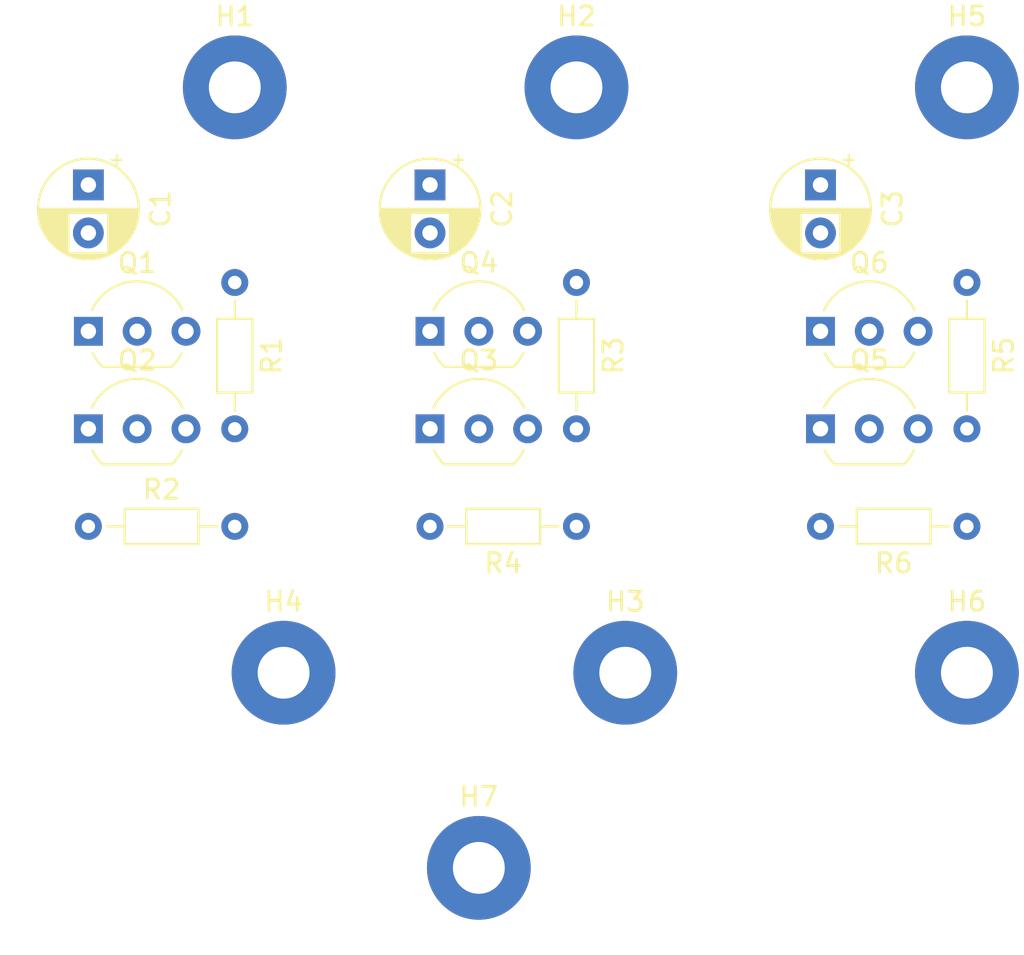
<source format=kicad_pcb>
(kicad_pcb (version 20240108) (generator "pcbnew") (generator_version "8.0")
  (layers (0 "F.Cu" signal) (31 "B.Cu" signal) (34 "B.Paste" user) (35 "F.Paste" user) (36 "B.SilkS" user "B.Silkscreen") (37 "F.SilkS" user "F.Silkscreen") (38 "B.Mask" user) (39 "F.Mask" user) (44 "Edge.Cuts" user))
  (net 0 "")
  (net 1 "Net-(C1-Pad1)")
  (net 2 "GND")
  (net 3 "Net-(C2-Pad1)")
  (net 4 "Net-(C3-Pad1)")
  (net 5 "Net-(Q4-C)")
  (net 6 "Net-(Q1-C)")
  (net 7 "Net-(Q6-C)")
  (net 8 "Net-(Q1-B)")
  (net 9 "Net-(Q1-E)")
  (net 10 "Net-(Q3-B)")
  (net 11 "Net-(Q3-C)")
  (net 12 "Net-(Q5-B)")
  (net 13 "Net-(Q5-C)")
  (footprint "Capacitor_THT:CP_Radial_D5.0mm_P2.50mm" (layer "F.Cu") (at 129.54 60.96 -90)
    (property "Reference" "C1" (at 1.25 -3.75 90) (layer "F.SilkS"))
    (property "Value" "10µ")
    (fp_line (start 1.49 1.04) (end 1.49 2.569) (stroke (width 0.12)) (layer "F.SilkS"))
    (fp_line (start 1.53 1.04) (end 1.53 2.565) (stroke (width 0.12)) (layer "F.SilkS"))
    (fp_line (start 1.57 1.04) (end 1.57 2.561) (stroke (width 0.12)) (layer "F.SilkS"))
    (fp_line (start 1.61 1.04) (end 1.61 2.556) (stroke (width 0.12)) (layer "F.SilkS"))
    (fp_line (start 1.65 1.04) (end 1.65 2.55) (stroke (width 0.12)) (layer "F.SilkS"))
    (fp_line (start 1.69 1.04) (end 1.69 2.543) (stroke (width 0.12)) (layer "F.SilkS"))
    (fp_line (start 1.73 1.04) (end 1.73 2.536) (stroke (width 0.12)) (layer "F.SilkS"))
    (fp_line (start 1.77 1.04) (end 1.77 2.528) (stroke (width 0.12)) (layer "F.SilkS"))
    (fp_line (start 1.81 1.04) (end 1.81 2.52) (stroke (width 0.12)) (layer "F.SilkS"))
    (fp_line (start 1.85 1.04) (end 1.85 2.511) (stroke (width 0.12)) (layer "F.SilkS"))
    (fp_line (start 1.89 1.04) (end 1.89 2.501) (stroke (width 0.12)) (layer "F.SilkS"))
    (fp_line (start 1.93 1.04) (end 1.93 2.491) (stroke (width 0.12)) (layer "F.SilkS"))
    (fp_line (start 1.971 1.04) (end 1.971 2.48) (stroke (width 0.12)) (layer "F.SilkS"))
    (fp_line (start 2.011 1.04) (end 2.011 2.468) (stroke (width 0.12)) (layer "F.SilkS"))
    (fp_line (start 2.051 1.04) (end 2.051 2.455) (stroke (width 0.12)) (layer "F.SilkS"))
    (fp_line (start 2.091 1.04) (end 2.091 2.442) (stroke (width 0.12)) (layer "F.SilkS"))
    (fp_line (start 2.131 1.04) (end 2.131 2.428) (stroke (width 0.12)) (layer "F.SilkS"))
    (fp_line (start 2.171 1.04) (end 2.171 2.414) (stroke (width 0.12)) (layer "F.SilkS"))
    (fp_line (start 2.211 1.04) (end 2.211 2.398) (stroke (width 0.12)) (layer "F.SilkS"))
    (fp_line (start 2.251 1.04) (end 2.251 2.382) (stroke (width 0.12)) (layer "F.SilkS"))
    (fp_line (start 2.291 1.04) (end 2.291 2.365) (stroke (width 0.12)) (layer "F.SilkS"))
    (fp_line (start 2.331 1.04) (end 2.331 2.348) (stroke (width 0.12)) (layer "F.SilkS"))
    (fp_line (start 2.371 1.04) (end 2.371 2.329) (stroke (width 0.12)) (layer "F.SilkS"))
    (fp_line (start 2.411 1.04) (end 2.411 2.31) (stroke (width 0.12)) (layer "F.SilkS"))
    (fp_line (start 2.451 1.04) (end 2.451 2.29) (stroke (width 0.12)) (layer "F.SilkS"))
    (fp_line (start 2.491 1.04) (end 2.491 2.268) (stroke (width 0.12)) (layer "F.SilkS"))
    (fp_line (start 2.531 1.04) (end 2.531 2.247) (stroke (width 0.12)) (layer "F.SilkS"))
    (fp_line (start 2.571 1.04) (end 2.571 2.224) (stroke (width 0.12)) (layer "F.SilkS"))
    (fp_line (start 2.611 1.04) (end 2.611 2.2) (stroke (width 0.12)) (layer "F.SilkS"))
    (fp_line (start 2.651 1.04) (end 2.651 2.175) (stroke (width 0.12)) (layer "F.SilkS"))
    (fp_line (start 2.691 1.04) (end 2.691 2.149) (stroke (width 0.12)) (layer "F.SilkS"))
    (fp_line (start 2.731 1.04) (end 2.731 2.122) (stroke (width 0.12)) (layer "F.SilkS"))
    (fp_line (start 2.771 1.04) (end 2.771 2.095) (stroke (width 0.12)) (layer "F.SilkS"))
    (fp_line (start 2.811 1.04) (end 2.811 2.065) (stroke (width 0.12)) (layer "F.SilkS"))
    (fp_line (start 2.851 1.04) (end 2.851 2.035) (stroke (width 0.12)) (layer "F.SilkS"))
    (fp_line (start 2.891 1.04) (end 2.891 2.004) (stroke (width 0.12)) (layer "F.SilkS"))
    (fp_line (start 2.931 1.04) (end 2.931 1.971) (stroke (width 0.12)) (layer "F.SilkS"))
    (fp_line (start 2.971 1.04) (end 2.971 1.937) (stroke (width 0.12)) (layer "F.SilkS"))
    (fp_line (start 3.011 1.04) (end 3.011 1.901) (stroke (width 0.12)) (layer "F.SilkS"))
    (fp_line (start 3.051 1.04) (end 3.051 1.864) (stroke (width 0.12)) (layer "F.SilkS"))
    (fp_line (start 3.091 1.04) (end 3.091 1.826) (stroke (width 0.12)) (layer "F.SilkS"))
    (fp_line (start 3.131 1.04) (end 3.131 1.785) (stroke (width 0.12)) (layer "F.SilkS"))
    (fp_line (start 3.171 1.04) (end 3.171 1.743) (stroke (width 0.12)) (layer "F.SilkS"))
    (fp_line (start 3.211 1.04) (end 3.211 1.699) (stroke (width 0.12)) (layer "F.SilkS"))
    (fp_line (start 3.251 1.04) (end 3.251 1.653) (stroke (width 0.12)) (layer "F.SilkS"))
    (fp_line (start 3.291 1.04) (end 3.291 1.605) (stroke (width 0.12)) (layer "F.SilkS"))
    (fp_line (start 3.331 1.04) (end 3.331 1.554) (stroke (width 0.12)) (layer "F.SilkS"))
    (fp_line (start 3.371 1.04) (end 3.371 1.5) (stroke (width 0.12)) (layer "F.SilkS"))
    (fp_line (start 3.411 1.04) (end 3.411 1.443) (stroke (width 0.12)) (layer "F.SilkS"))
    (fp_line (start 3.451 1.04) (end 3.451 1.383) (stroke (width 0.12)) (layer "F.SilkS"))
    (fp_line (start 3.491 1.04) (end 3.491 1.319) (stroke (width 0.12)) (layer "F.SilkS"))
    (fp_line (start 3.531 1.04) (end 3.531 1.251) (stroke (width 0.12)) (layer "F.SilkS"))
    (fp_line (start 3.851 -0.284) (end 3.851 0.284) (stroke (width 0.12)) (layer "F.SilkS"))
    (fp_line (start 3.811 -0.518) (end 3.811 0.518) (stroke (width 0.12)) (layer "F.SilkS"))
    (fp_line (start 3.771 -0.677) (end 3.771 0.677) (stroke (width 0.12)) (layer "F.SilkS"))
    (fp_line (start 3.731 -0.805) (end 3.731 0.805) (stroke (width 0.12)) (layer "F.SilkS"))
    (fp_line (start 3.691 -0.915) (end 3.691 0.915) (stroke (width 0.12)) (layer "F.SilkS"))
    (fp_line (start 3.651 -1.011) (end 3.651 1.011) (stroke (width 0.12)) (layer "F.SilkS"))
    (fp_line (start 3.611 -1.098) (end 3.611 1.098) (stroke (width 0.12)) (layer "F.SilkS"))
    (fp_line (start 3.571 -1.178) (end 3.571 1.178) (stroke (width 0.12)) (layer "F.SilkS"))
    (fp_line (start 3.531 -1.251) (end 3.531 -1.04) (stroke (width 0.12)) (layer "F.SilkS"))
    (fp_line (start 3.491 -1.319) (end 3.491 -1.04) (stroke (width 0.12)) (layer "F.SilkS"))
    (fp_line (start 3.451 -1.383) (end 3.451 -1.04) (stroke (width 0.12)) (layer "F.SilkS"))
    (fp_line (start 3.411 -1.443) (end 3.411 -1.04) (stroke (width 0.12)) (layer "F.SilkS"))
    (fp_line (start -1.554775 -1.475) (end -1.054775 -1.475) (stroke (width 0.12)) (layer "F.SilkS"))
    (fp_line (start 3.371 -1.5) (end 3.371 -1.04) (stroke (width 0.12)) (layer "F.SilkS"))
    (fp_line (start 3.331 -1.554) (end 3.331 -1.04) (stroke (width 0.12)) (layer "F.SilkS"))
    (fp_line (start 3.291 -1.605) (end 3.291 -1.04) (stroke (width 0.12)) (layer "F.SilkS"))
    (fp_line (start 3.251 -1.653) (end 3.251 -1.04) (stroke (width 0.12)) (layer "F.SilkS"))
    (fp_line (start 3.211 -1.699) (end 3.211 -1.04) (stroke (width 0.12)) (layer "F.SilkS"))
    (fp_line (start -1.304775 -1.725) (end -1.304775 -1.225) (stroke (width 0.12)) (layer "F.SilkS"))
    (fp_line (start 3.171 -1.743) (end 3.171 -1.04) (stroke (width 0.12)) (layer "F.SilkS"))
    (fp_line (start 3.131 -1.785) (end 3.131 -1.04) (stroke (width 0.12)) (layer "F.SilkS"))
    (fp_line (start 3.091 -1.826) (end 3.091 -1.04) (stroke (width 0.12)) (layer "F.SilkS"))
    (fp_line (start 3.051 -1.864) (end 3.051 -1.04) (stroke (width 0.12)) (layer "F.SilkS"))
    (fp_line (start 3.011 -1.901) (end 3.011 -1.04) (stroke (width 0.12)) (layer "F.SilkS"))
    (fp_line (start 2.971 -1.937) (end 2.971 -1.04) (stroke (width 0.12)) (layer "F.SilkS"))
    (fp_line (start 2.931 -1.971) (end 2.931 -1.04) (stroke (width 0.12)) (layer "F.SilkS"))
    (fp_line (start 2.891 -2.004) (end 2.891 -1.04) (stroke (width 0.12)) (layer "F.SilkS"))
    (fp_line (start 2.851 -2.035) (end 2.851 -1.04) (stroke (width 0.12)) (layer "F.SilkS"))
    (fp_line (start 2.811 -2.065) (end 2.811 -1.04) (stroke (width 0.12)) (layer "F.SilkS"))
    (fp_line (start 2.771 -2.095) (end 2.771 -1.04) (stroke (width 0.12)) (layer "F.SilkS"))
    (fp_line (start 2.731 -2.122) (end 2.731 -1.04) (stroke (width 0.12)) (layer "F.SilkS"))
    (fp_line (start 2.691 -2.149) (end 2.691 -1.04) (stroke (width 0.12)) (layer "F.SilkS"))
    (fp_line (start 2.651 -2.175) (end 2.651 -1.04) (stroke (width 0.12)) (layer "F.SilkS"))
    (fp_line (start 2.611 -2.2) (end 2.611 -1.04) (stroke (width 0.12)) (layer "F.SilkS"))
    (fp_line (start 2.571 -2.224) (end 2.571 -1.04) (stroke (width 0.12)) (layer "F.SilkS"))
    (fp_line (start 2.531 -2.247) (end 2.531 -1.04) (stroke (width 0.12)) (layer "F.SilkS"))
    (fp_line (start 2.491 -2.268) (end 2.491 -1.04) (stroke (width 0.12)) (layer "F.SilkS"))
    (fp_line (start 2.451 -2.29) (end 2.451 -1.04) (stroke (width 0.12)) (layer "F.SilkS"))
    (fp_line (start 2.411 -2.31) (end 2.411 -1.04) (stroke (width 0.12)) (layer "F.SilkS"))
    (fp_line (start 2.371 -2.329) (end 2.371 -1.04) (stroke (width 0.12)) (layer "F.SilkS"))
    (fp_line (start 2.331 -2.348) (end 2.331 -1.04) (stroke (width 0.12)) (layer "F.SilkS"))
    (fp_line (start 2.291 -2.365) (end 2.291 -1.04) (stroke (width 0.12)) (layer "F.SilkS"))
    (fp_line (start 2.251 -2.382) (end 2.251 -1.04) (stroke (width 0.12)) (layer "F.SilkS"))
    (fp_line (start 2.211 -2.398) (end 2.211 -1.04) (stroke (width 0.12)) (layer "F.SilkS"))
    (fp_line (start 2.171 -2.414) (end 2.171 -1.04) (stroke (width 0.12)) (layer "F.SilkS"))
    (fp_line (start 2.131 -2.428) (end 2.131 -1.04) (stroke (width 0.12)) (layer "F.SilkS"))
    (fp_line (start 2.091 -2.442) (end 2.091 -1.04) (stroke (width 0.12)) (layer "F.SilkS"))
    (fp_line (start 2.051 -2.455) (end 2.051 -1.04) (stroke (width 0.12)) (layer "F.SilkS"))
    (fp_line (start 2.011 -2.468) (end 2.011 -1.04) (stroke (width 0.12)) (layer "F.SilkS"))
    (fp_line (start 1.971 -2.48) (end 1.971 -1.04) (stroke (width 0.12)) (layer "F.SilkS"))
    (fp_line (start 1.93 -2.491) (end 1.93 -1.04) (stroke (width 0.12)) (layer "F.SilkS"))
    (fp_line (start 1.89 -2.501) (end 1.89 -1.04) (stroke (width 0.12)) (layer "F.SilkS"))
    (fp_line (start 1.85 -2.511) (end 1.85 -1.04) (stroke (width 0.12)) (layer "F.SilkS"))
    (fp_line (start 1.81 -2.52) (end 1.81 -1.04) (stroke (width 0.12)) (layer "F.SilkS"))
    (fp_line (start 1.77 -2.528) (end 1.77 -1.04) (stroke (width 0.12)) (layer "F.SilkS"))
    (fp_line (start 1.73 -2.536) (end 1.73 -1.04) (stroke (width 0.12)) (layer "F.SilkS"))
    (fp_line (start 1.69 -2.543) (end 1.69 -1.04) (stroke (width 0.12)) (layer "F.SilkS"))
    (fp_line (start 1.65 -2.55) (end 1.65 -1.04) (stroke (width 0.12)) (layer "F.SilkS"))
    (fp_line (start 1.61 -2.556) (end 1.61 -1.04) (stroke (width 0.12)) (layer "F.SilkS"))
    (fp_line (start 1.57 -2.561) (end 1.57 -1.04) (stroke (width 0.12)) (layer "F.SilkS"))
    (fp_line (start 1.53 -2.565) (end 1.53 -1.04) (stroke (width 0.12)) (layer "F.SilkS"))
    (fp_line (start 1.49 -2.569) (end 1.49 -1.04) (stroke (width 0.12)) (layer "F.SilkS"))
    (fp_line (start 1.45 -2.573) (end 1.45 2.573) (stroke (width 0.12)) (layer "F.SilkS"))
    (fp_line (start 1.41 -2.576) (end 1.41 2.576) (stroke (width 0.12)) (layer "F.SilkS"))
    (fp_line (start 1.37 -2.578) (end 1.37 2.578) (stroke (width 0.12)) (layer "F.SilkS"))
    (fp_line (start 1.33 -2.579) (end 1.33 2.579) (stroke (width 0.12)) (layer "F.SilkS"))
    (fp_line (start 1.25 -2.58) (end 1.25 2.58) (stroke (width 0.12)) (layer "F.SilkS"))
    (fp_line (start 1.29 -2.58) (end 1.29 2.58) (stroke (width 0.12)) (layer "F.SilkS"))
    (fp_circle (center 1.25 0) (end 3.87 0) (stroke (width 0.12)) (fill none) (layer "F.SilkS"))
    (pad "1" thru_hole rect (at 0 0 270) (size 1.6 1.6) (drill 0.8) (layers "*.Cu" "*.Mask") (net 1 "Net-(C1-Pad1)"))
    (pad "2" thru_hole circle (at 2.5 0 270) (size 1.6 1.6) (drill 0.8) (layers "*.Cu" "*.Mask") (net 2 "GND"))
  )
  (footprint "Resistor_THT:R_Axial_DIN0204_L3.6mm_D1.6mm_P7.62mm_Horizontal" (layer "F.Cu") (at 175.26 66.04 -90)
    (property "Reference" "R5" (at 3.81 -1.92 90) (layer "F.SilkS"))
    (property "Value" "10k")
    (fp_line (start 1.89 0.92) (end 5.73 0.92) (stroke (width 0.12)) (layer "F.SilkS"))
    (fp_line (start 5.73 0.92) (end 5.73 -0.92) (stroke (width 0.12)) (layer "F.SilkS"))
    (fp_line (start 0.94 0) (end 1.89 0) (stroke (width 0.12)) (layer "F.SilkS"))
    (fp_line (start 6.68 0) (end 5.73 0) (stroke (width 0.12)) (layer "F.SilkS"))
    (fp_line (start 1.89 -0.92) (end 1.89 0.92) (stroke (width 0.12)) (layer "F.SilkS"))
    (fp_line (start 5.73 -0.92) (end 1.89 -0.92) (stroke (width 0.12)) (layer "F.SilkS"))
    (pad "1" thru_hole circle (at 0 0 270) (size 1.4 1.4) (drill 0.7) (layers "*.Cu" "*.Mask") (net 4 "Net-(C3-Pad1)"))
    (pad "2" thru_hole oval (at 7.62 0 270) (size 1.4 1.4) (drill 0.7) (layers "*.Cu" "*.Mask") (net 13 "Net-(Q5-C)"))
  )
  (footprint "MountingHole:MountingHole_2.7mm_Pad" (layer "F.Cu") (at 175.26 86.36)
    (property "Reference" "H6" (at 0 -3.7 0) (layer "F.SilkS"))
    (property "Value" "B_C")
    (pad "1" thru_hole circle (at 0 0) (size 5.4 5.4) (drill 2.7) (layers "*.Cu" "*.Mask") (net 7 "Net-(Q6-C)"))
  )
  (footprint "Resistor_THT:R_Axial_DIN0204_L3.6mm_D1.6mm_P7.62mm_Horizontal" (layer "F.Cu") (at 154.94 78.74 180)
    (property "Reference" "R4" (at 3.81 -1.92 180) (layer "F.SilkS"))
    (property "Value" "10")
    (fp_line (start 6.68 0) (end 5.73 0) (stroke (width 0.12)) (layer "F.SilkS"))
    (fp_line (start 5.73 0.92) (end 5.73 -0.92) (stroke (width 0.12)) (layer "F.SilkS"))
    (fp_line (start 5.73 -0.92) (end 1.89 -0.92) (stroke (width 0.12)) (layer "F.SilkS"))
    (fp_line (start 1.89 0.92) (end 5.73 0.92) (stroke (width 0.12)) (layer "F.SilkS"))
    (fp_line (start 1.89 -0.92) (end 1.89 0.92) (stroke (width 0.12)) (layer "F.SilkS"))
    (fp_line (start 0.94 0) (end 1.89 0) (stroke (width 0.12)) (layer "F.SilkS"))
    (pad "1" thru_hole circle (at 0 0 180) (size 1.4 1.4) (drill 0.7) (layers "*.Cu" "*.Mask") (net 2 "GND"))
    (pad "2" thru_hole oval (at 7.62 0 180) (size 1.4 1.4) (drill 0.7) (layers "*.Cu" "*.Mask") (net 10 "Net-(Q3-B)"))
  )
  (footprint "MountingHole:MountingHole_2.7mm_Pad" (layer "F.Cu") (at 149.86 96.52)
    (property "Reference" "H7" (at 0 -3.7 0) (layer "F.SilkS"))
    (property "Value" "MountingHole_Pad")
    (pad "1" thru_hole circle (at 0 0) (size 5.4 5.4) (drill 2.7) (layers "*.Cu" "*.Mask") (net 2 "GND"))
  )
  (footprint "MountingHole:MountingHole_2.7mm_Pad" (layer "F.Cu") (at 139.7 86.36)
    (property "Reference" "H4" (at 0 -3.7 0) (layer "F.SilkS"))
    (property "Value" "R_C")
    (pad "1" thru_hole circle (at 0 0) (size 5.4 5.4) (drill 2.7) (layers "*.Cu" "*.Mask") (net 6 "Net-(Q1-C)"))
  )
  (footprint "MountingHole:MountingHole_2.7mm_Pad" (layer "F.Cu") (at 175.26 55.88)
    (property "Reference" "H5" (at 0 -3.7 0) (layer "F.SilkS"))
    (property "Value" "B_IN")
    (pad "1" thru_hole circle (at 0 0) (size 5.4 5.4) (drill 2.7) (layers "*.Cu" "*.Mask") (net 4 "Net-(C3-Pad1)"))
  )
  (footprint "MountingHole:MountingHole_2.7mm_Pad" (layer "F.Cu") (at 137.16 55.88)
    (property "Reference" "H1" (at 0 -3.7 0) (layer "F.SilkS"))
    (property "Value" "R_IN")
    (pad "1" thru_hole circle (at 0 0) (size 5.4 5.4) (drill 2.7) (layers "*.Cu" "*.Mask") (net 1 "Net-(C1-Pad1)"))
  )
  (footprint "Package_TO_SOT_THT:TO-92_Inline_Wide" (layer "F.Cu") (at 147.32 73.66)
    (property "Reference" "Q3" (at 2.54 -3.56 0) (layer "F.SilkS"))
    (property "Value" "2N3904")
    (fp_line (start 0.74 1.85) (end 4.34 1.85) (stroke (width 0.12)) (layer "F.SilkS"))
    (fp_arc (start 0.1836 -1.098807) (mid 1.143021 -2.192817) (end 2.54 -2.6) (stroke (width 0.12)) (layer "F.SilkS"))
    (fp_arc (start 0.74 1.85) (mid 0.446097 1.509328) (end 0.215816 1.122795) (stroke (width 0.12)) (layer "F.SilkS"))
    (fp_arc (start 2.54 -2.6) (mid 3.936979 -2.192818) (end 4.8964 -1.098807) (stroke (width 0.12)) (layer "F.SilkS"))
    (fp_arc (start 4.864184 1.122795) (mid 4.633903 1.509328) (end 4.34 1.85) (stroke (width 0.12)) (layer "F.SilkS"))
    (pad "1" thru_hole rect (at 0 0) (size 1.5 1.5) (drill 0.8) (layers "*.Cu" "*.Mask") (net 2 "GND"))
    (pad "2" thru_hole circle (at 2.54 0) (size 1.5 1.5) (drill 0.8) (layers "*.Cu" "*.Mask") (net 10 "Net-(Q3-B)"))
    (pad "3" thru_hole circle (at 5.08 0) (size 1.5 1.5) (drill 0.8) (layers "*.Cu" "*.Mask") (net 11 "Net-(Q3-C)"))
  )
  (footprint "Resistor_THT:R_Axial_DIN0204_L3.6mm_D1.6mm_P7.62mm_Horizontal" (layer "F.Cu") (at 137.16 66.04 -90)
    (property "Reference" "R1" (at 3.81 -1.92 90) (layer "F.SilkS"))
    (property "Value" "10k")
    (fp_line (start 1.89 0.92) (end 5.73 0.92) (stroke (width 0.12)) (layer "F.SilkS"))
    (fp_line (start 5.73 0.92) (end 5.73 -0.92) (stroke (width 0.12)) (layer "F.SilkS"))
    (fp_line (start 0.94 0) (end 1.89 0) (stroke (width 0.12)) (layer "F.SilkS"))
    (fp_line (start 6.68 0) (end 5.73 0) (stroke (width 0.12)) (layer "F.SilkS"))
    (fp_line (start 1.89 -0.92) (end 1.89 0.92) (stroke (width 0.12)) (layer "F.SilkS"))
    (fp_line (start 5.73 -0.92) (end 1.89 -0.92) (stroke (width 0.12)) (layer "F.SilkS"))
    (pad "1" thru_hole circle (at 0 0 270) (size 1.4 1.4) (drill 0.7) (layers "*.Cu" "*.Mask") (net 1 "Net-(C1-Pad1)"))
    (pad "2" thru_hole oval (at 7.62 0 270) (size 1.4 1.4) (drill 0.7) (layers "*.Cu" "*.Mask") (net 8 "Net-(Q1-B)"))
  )
  (footprint "MountingHole:MountingHole_2.7mm_Pad" (layer "F.Cu") (at 154.94 55.88)
    (property "Reference" "H2" (at 0 -3.7 0) (layer "F.SilkS"))
    (property "Value" "G_IN")
    (pad "1" thru_hole circle (at 0 0) (size 5.4 5.4) (drill 2.7) (layers "*.Cu" "*.Mask") (net 3 "Net-(C2-Pad1)"))
  )
  (footprint "Package_TO_SOT_THT:TO-92_Inline_Wide" (layer "F.Cu") (at 167.64 68.58)
    (property "Reference" "Q6" (at 2.54 -3.56 0) (layer "F.SilkS"))
    (property "Value" "2N3904")
    (fp_line (start 0.74 1.85) (end 4.34 1.85) (stroke (width 0.12)) (layer "F.SilkS"))
    (fp_arc (start 0.1836 -1.098807) (mid 1.143021 -2.192817) (end 2.54 -2.6) (stroke (width 0.12)) (layer "F.SilkS"))
    (fp_arc (start 0.74 1.85) (mid 0.446097 1.509328) (end 0.215816 1.122795) (stroke (width 0.12)) (layer "F.SilkS"))
    (fp_arc (start 2.54 -2.6) (mid 3.936979 -2.192818) (end 4.8964 -1.098807) (stroke (width 0.12)) (layer "F.SilkS"))
    (fp_arc (start 4.864184 1.122795) (mid 4.633903 1.509328) (end 4.34 1.85) (stroke (width 0.12)) (layer "F.SilkS"))
    (pad "1" thru_hole rect (at 0 0) (size 1.5 1.5) (drill 0.8) (layers "*.Cu" "*.Mask") (net 12 "Net-(Q5-B)"))
    (pad "2" thru_hole circle (at 2.54 0) (size 1.5 1.5) (drill 0.8) (layers "*.Cu" "*.Mask") (net 13 "Net-(Q5-C)"))
    (pad "3" thru_hole circle (at 5.08 0) (size 1.5 1.5) (drill 0.8) (layers "*.Cu" "*.Mask") (net 7 "Net-(Q6-C)"))
  )
  (footprint "Resistor_THT:R_Axial_DIN0204_L3.6mm_D1.6mm_P7.62mm_Horizontal" (layer "F.Cu") (at 129.54 78.74)
    (property "Reference" "R2" (at 3.81 -1.92 0) (layer "F.SilkS"))
    (property "Value" "10")
    (fp_line (start 0.94 0) (end 1.89 0) (stroke (width 0.12)) (layer "F.SilkS"))
    (fp_line (start 1.89 -0.92) (end 1.89 0.92) (stroke (width 0.12)) (layer "F.SilkS"))
    (fp_line (start 1.89 0.92) (end 5.73 0.92) (stroke (width 0.12)) (layer "F.SilkS"))
    (fp_line (start 5.73 -0.92) (end 1.89 -0.92) (stroke (width 0.12)) (layer "F.SilkS"))
    (fp_line (start 5.73 0.92) (end 5.73 -0.92) (stroke (width 0.12)) (layer "F.SilkS"))
    (fp_line (start 6.68 0) (end 5.73 0) (stroke (width 0.12)) (layer "F.SilkS"))
    (pad "1" thru_hole circle (at 0 0) (size 1.4 1.4) (drill 0.7) (layers "*.Cu" "*.Mask") (net 2 "GND"))
    (pad "2" thru_hole oval (at 7.62 0) (size 1.4 1.4) (drill 0.7) (layers "*.Cu" "*.Mask") (net 9 "Net-(Q1-E)"))
  )
  (footprint "Capacitor_THT:CP_Radial_D5.0mm_P2.50mm" (layer "F.Cu") (at 147.32 60.96 -90)
    (property "Reference" "C2" (at 1.25 -3.75 90) (layer "F.SilkS"))
    (property "Value" "10µ")
    (fp_line (start 1.49 1.04) (end 1.49 2.569) (stroke (width 0.12)) (layer "F.SilkS"))
    (fp_line (start 1.53 1.04) (end 1.53 2.565) (stroke (width 0.12)) (layer "F.SilkS"))
    (fp_line (start 1.57 1.04) (end 1.57 2.561) (stroke (width 0.12)) (layer "F.SilkS"))
    (fp_line (start 1.61 1.04) (end 1.61 2.556) (stroke (width 0.12)) (layer "F.SilkS"))
    (fp_line (start 1.65 1.04) (end 1.65 2.55) (stroke (width 0.12)) (layer "F.SilkS"))
    (fp_line (start 1.69 1.04) (end 1.69 2.543) (stroke (width 0.12)) (layer "F.SilkS"))
    (fp_line (start 1.73 1.04) (end 1.73 2.536) (stroke (width 0.12)) (layer "F.SilkS"))
    (fp_line (start 1.77 1.04) (end 1.77 2.528) (stroke (width 0.12)) (layer "F.SilkS"))
    (fp_line (start 1.81 1.04) (end 1.81 2.52) (stroke (width 0.12)) (layer "F.SilkS"))
    (fp_line (start 1.85 1.04) (end 1.85 2.511) (stroke (width 0.12)) (layer "F.SilkS"))
    (fp_line (start 1.89 1.04) (end 1.89 2.501) (stroke (width 0.12)) (layer "F.SilkS"))
    (fp_line (start 1.93 1.04) (end 1.93 2.491) (stroke (width 0.12)) (layer "F.SilkS"))
    (fp_line (start 1.971 1.04) (end 1.971 2.48) (stroke (width 0.12)) (layer "F.SilkS"))
    (fp_line (start 2.011 1.04) (end 2.011 2.468) (stroke (width 0.12)) (layer "F.SilkS"))
    (fp_line (start 2.051 1.04) (end 2.051 2.455) (stroke (width 0.12)) (layer "F.SilkS"))
    (fp_line (start 2.091 1.04) (end 2.091 2.442) (stroke (width 0.12)) (layer "F.SilkS"))
    (fp_line (start 2.131 1.04) (end 2.131 2.428) (stroke (width 0.12)) (layer "F.SilkS"))
    (fp_line (start 2.171 1.04) (end 2.171 2.414) (stroke (width 0.12)) (layer "F.SilkS"))
    (fp_line (start 2.211 1.04) (end 2.211 2.398) (stroke (width 0.12)) (layer "F.SilkS"))
    (fp_line (start 2.251 1.04) (end 2.251 2.382) (stroke (width 0.12)) (layer "F.SilkS"))
    (fp_line (start 2.291 1.04) (end 2.291 2.365) (stroke (width 0.12)) (layer "F.SilkS"))
    (fp_line (start 2.331 1.04) (end 2.331 2.348) (stroke (width 0.12)) (layer "F.SilkS"))
    (fp_line (start 2.371 1.04) (end 2.371 2.329) (stroke (width 0.12)) (layer "F.SilkS"))
    (fp_line (start 2.411 1.04) (end 2.411 2.31) (stroke (width 0.12)) (layer "F.SilkS"))
    (fp_line (start 2.451 1.04) (end 2.451 2.29) (stroke (width 0.12)) (layer "F.SilkS"))
    (fp_line (start 2.491 1.04) (end 2.491 2.268) (stroke (width 0.12)) (layer "F.SilkS"))
    (fp_line (start 2.531 1.04) (end 2.531 2.247) (stroke (width 0.12)) (layer "F.SilkS"))
    (fp_line (start 2.571 1.04) (end 2.571 2.224) (stroke (width 0.12)) (layer "F.SilkS"))
    (fp_line (start 2.611 1.04) (end 2.611 2.2) (stroke (width 0.12)) (layer "F.SilkS"))
    (fp_line (start 2.651 1.04) (end 2.651 2.175) (stroke (width 0.12)) (layer "F.SilkS"))
    (fp_line (start 2.691 1.04) (end 2.691 2.149) (stroke (width 0.12)) (layer "F.SilkS"))
    (fp_line (start 2.731 1.04) (end 2.731 2.122) (stroke (width 0.12)) (layer "F.SilkS"))
    (fp_line (start 2.771 1.04) (end 2.771 2.095) (stroke (width 0.12)) (layer "F.SilkS"))
    (fp_line (start 2.811 1.04) (end 2.811 2.065) (stroke (width 0.12)) (layer "F.SilkS"))
    (fp_line (start 2.851 1.04) (end 2.851 2.035) (stroke (width 0.12)) (layer "F.SilkS"))
    (fp_line (start 2.891 1.04) (end 2.891 2.004) (stroke (width 0.12)) (layer "F.SilkS"))
    (fp_line (start 2.931 1.04) (end 2.931 1.971) (stroke (width 0.12)) (layer "F.SilkS"))
    (fp_line (start 2.971 1.04) (end 2.971 1.937) (stroke (width 0.12)) (layer "F.SilkS"))
    (fp_line (start 3.011 1.04) (end 3.011 1.901) (stroke (width 0.12)) (layer "F.SilkS"))
    (fp_line (start 3.051 1.04) (end 3.051 1.864) (stroke (width 0.12)) (layer "F.SilkS"))
    (fp_line (start 3.091 1.04) (end 3.091 1.826) (stroke (width 0.12)) (layer "F.SilkS"))
    (fp_line (start 3.131 1.04) (end 3.131 1.785) (stroke (width 0.12)) (layer "F.SilkS"))
    (fp_line (start 3.171 1.04) (end 3.171 1.743) (stroke (width 0.12)) (layer "F.SilkS"))
    (fp_line (start 3.211 1.04) (end 3.211 1.699) (stroke (width 0.12)) (layer "F.SilkS"))
    (fp_line (start 3.251 1.04) (end 3.251 1.653) (stroke (width 0.12)) (layer "F.SilkS"))
    (fp_line (start 3.291 1.04) (end 3.291 1.605) (stroke (width 0.12)) (layer "F.SilkS"))
    (fp_line (start 3.331 1.04) (end 3.331 1.554) (stroke (width 0.12)) (layer "F.SilkS"))
    (fp_line (start 3.371 1.04) (end 3.371 1.5) (stroke (width 0.12)) (layer "F.SilkS"))
    (fp_line (start 3.411 1.04) (end 3.411 1.443) (stroke (width 0.12)) (layer "F.SilkS"))
    (fp_line (start 3.451 1.04) (end 3.451 1.383) (stroke (width 0.12)) (layer "F.SilkS"))
    (fp_line (start 3.491 1.04) (end 3.491 1.319) (stroke (width 0.12)) (layer "F.SilkS"))
    (fp_line (start 3.531 1.04) (end 3.531 1.251) (stroke (width 0.12)) (layer "F.SilkS"))
    (fp_line (start 3.851 -0.284) (end 3.851 0.284) (stroke (width 0.12)) (layer "F.SilkS"))
    (fp_line (start 3.811 -0.518) (end 3.811 0.518) (stroke (width 0.12)) (layer "F.SilkS"))
    (fp_line (start 3.771 -0.677) (end 3.771 0.677) (stroke (width 0.12)) (layer "F.SilkS"))
    (fp_line (start 3.731 -0.805) (end 3.731 0.805) (stroke (width 0.12)) (layer "F.SilkS"))
    (fp_line (start 3.691 -0.915) (end 3.691 0.915) (stroke (width 0.12)) (layer "F.SilkS"))
    (fp_line (start 3.651 -1.011) (end 3.651 1.011) (stroke (width 0.12)) (layer "F.SilkS"))
    (fp_line (start 3.611 -1.098) (end 3.611 1.098) (stroke (width 0.12)) (layer "F.SilkS"))
    (fp_line (start 3.571 -1.178) (end 3.571 1.178) (stroke (width 0.12)) (layer "F.SilkS"))
    (fp_line (start 3.531 -1.251) (end 3.531 -1.04) (stroke (width 0.12)) (layer "F.SilkS"))
    (fp_line (start 3.491 -1.319) (end 3.491 -1.04) (stroke (width 0.12)) (layer "F.SilkS"))
    (fp_line (start 3.451 -1.383) (end 3.451 -1.04) (stroke (width 0.12)) (layer "F.SilkS"))
    (fp_line (start 3.411 -1.443) (end 3.411 -1.04) (stroke (width 0.12)) (layer "F.SilkS"))
    (fp_line (start -1.554775 -1.475) (end -1.054775 -1.475) (stroke (width 0.12)) (layer "F.SilkS"))
    (fp_line (start 3.371 -1.5) (end 3.371 -1.04) (stroke (width 0.12)) (layer "F.SilkS"))
    (fp_line (start 3.331 -1.554) (end 3.331 -1.04) (stroke (width 0.12)) (layer "F.SilkS"))
    (fp_line (start 3.291 -1.605) (end 3.291 -1.04) (stroke (width 0.12)) (layer "F.SilkS"))
    (fp_line (start 3.251 -1.653) (end 3.251 -1.04) (stroke (width 0.12)) (layer "F.SilkS"))
    (fp_line (start 3.211 -1.699) (end 3.211 -1.04) (stroke (width 0.12)) (layer "F.SilkS"))
    (fp_line (start -1.304775 -1.725) (end -1.304775 -1.225) (stroke (width 0.12)) (layer "F.SilkS"))
    (fp_line (start 3.171 -1.743) (end 3.171 -1.04) (stroke (width 0.12)) (layer "F.SilkS"))
    (fp_line (start 3.131 -1.785) (end 3.131 -1.04) (stroke (width 0.12)) (layer "F.SilkS"))
    (fp_line (start 3.091 -1.826) (end 3.091 -1.04) (stroke (width 0.12)) (layer "F.SilkS"))
    (fp_line (start 3.051 -1.864) (end 3.051 -1.04) (stroke (width 0.12)) (layer "F.SilkS"))
    (fp_line (start 3.011 -1.901) (end 3.011 -1.04) (stroke (width 0.12)) (layer "F.SilkS"))
    (fp_line (start 2.971 -1.937) (end 2.971 -1.04) (stroke (width 0.12)) (layer "F.SilkS"))
    (fp_line (start 2.931 -1.971) (end 2.931 -1.04) (stroke (width 0.12)) (layer "F.SilkS"))
    (fp_line (start 2.891 -2.004) (end 2.891 -1.04) (stroke (width 0.12)) (layer "F.SilkS"))
    (fp_line (start 2.851 -2.035) (end 2.851 -1.04) (stroke (width 0.12)) (layer "F.SilkS"))
    (fp_line (start 2.811 -2.065) (end 2.811 -1.04) (stroke (width 0.12)) (layer "F.SilkS"))
    (fp_line (start 2.771 -2.095) (end 2.771 -1.04) (stroke (width 0.12)) (layer "F.SilkS"))
    (fp_line (start 2.731 -2.122) (end 2.731 -1.04) (stroke (width 0.12)) (layer "F.SilkS"))
    (fp_line (start 2.691 -2.149) (end 2.691 -1.04) (stroke (width 0.12)) (layer "F.SilkS"))
    (fp_line (start 2.651 -2.175) (end 2.651 -1.04) (stroke (width 0.12)) (layer "F.SilkS"))
    (fp_line (start 2.611 -2.2) (end 2.611 -1.04) (stroke (width 0.12)) (layer "F.SilkS"))
    (fp_line (start 2.571 -2.224) (end 2.571 -1.04) (stroke (width 0.12)) (layer "F.SilkS"))
    (fp_line (start 2.531 -2.247) (end 2.531 -1.04) (stroke (width 0.12)) (layer "F.SilkS"))
    (fp_line (start 2.491 -2.268) (end 2.491 -1.04) (stroke (width 0.12)) (layer "F.SilkS"))
    (fp_line (start 2.451 -2.29) (end 2.451 -1.04) (stroke (width 0.12)) (layer "F.SilkS"))
    (fp_line (start 2.411 -2.31) (end 2.411 -1.04) (stroke (width 0.12)) (layer "F.SilkS"))
    (fp_line (start 2.371 -2.329) (end 2.371 -1.04) (stroke (width 0.12)) (layer "F.SilkS"))
    (fp_line (start 2.331 -2.348) (end 2.331 -1.04) (stroke (width 0.12)) (layer "F.SilkS"))
    (fp_line (start 2.291 -2.365) (end 2.291 -1.04) (stroke (width 0.12)) (layer "F.SilkS"))
    (fp_line (start 2.251 -2.382) (end 2.251 -1.04) (stroke (width 0.12)) (layer "F.SilkS"))
    (fp_line (start 2.211 -2.398) (end 2.211 -1.04) (stroke (width 0.12)) (layer "F.SilkS"))
    (fp_line (start 2.171 -2.414) (end 2.171 -1.04) (stroke (width 0.12)) (layer "F.SilkS"))
    (fp_line (start 2.131 -2.428) (end 2.131 -1.04) (stroke (width 0.12)) (layer "F.SilkS"))
    (fp_line (start 2.091 -2.442) (end 2.091 -1.04) (stroke (width 0.12)) (layer "F.SilkS"))
    (fp_line (start 2.051 -2.455) (end 2.051 -1.04) (stroke (width 0.12)) (layer "F.SilkS"))
    (fp_line (start 2.011 -2.468) (end 2.011 -1.04) (stroke (width 0.12)) (layer "F.SilkS"))
    (fp_line (start 1.971 -2.48) (end 1.971 -1.04) (stroke (width 0.12)) (layer "F.SilkS"))
    (fp_line (start 1.93 -2.491) (end 1.93 -1.04) (stroke (width 0.12)) (layer "F.SilkS"))
    (fp_line (start 1.89 -2.501) (end 1.89 -1.04) (stroke (width 0.12)) (layer "F.SilkS"))
    (fp_line (start 1.85 -2.511) (end 1.85 -1.04) (stroke (width 0.12)) (layer "F.SilkS"))
    (fp_line (start 1.81 -2.52) (end 1.81 -1.04) (stroke (width 0.12)) (layer "F.SilkS"))
    (fp_line (start 1.77 -2.528) (end 1.77 -1.04) (stroke (width 0.12)) (layer "F.SilkS"))
    (fp_line (start 1.73 -2.536) (end 1.73 -1.04) (stroke (width 0.12)) (layer "F.SilkS"))
    (fp_line (start 1.69 -2.543) (end 1.69 -1.04) (stroke (width 0.12)) (layer "F.SilkS"))
    (fp_line (start 1.65 -2.55) (end 1.65 -1.04) (stroke (width 0.12)) (layer "F.SilkS"))
    (fp_line (start 1.61 -2.556) (end 1.61 -1.04) (stroke (width 0.12)) (layer "F.SilkS"))
    (fp_line (start 1.57 -2.561) (end 1.57 -1.04) (stroke (width 0.12)) (layer "F.SilkS"))
    (fp_line (start 1.53 -2.565) (end 1.53 -1.04) (stroke (width 0.12)) (layer "F.SilkS"))
    (fp_line (start 1.49 -2.569) (end 1.49 -1.04) (stroke (width 0.12)) (layer "F.SilkS"))
    (fp_line (start 1.45 -2.573) (end 1.45 2.573) (stroke (width 0.12)) (layer "F.SilkS"))
    (fp_line (start 1.41 -2.576) (end 1.41 2.576) (stroke (width 0.12)) (layer "F.SilkS"))
    (fp_line (start 1.37 -2.578) (end 1.37 2.578) (stroke (width 0.12)) (layer "F.SilkS"))
    (fp_line (start 1.33 -2.579) (end 1.33 2.579) (stroke (width 0.12)) (layer "F.SilkS"))
    (fp_line (start 1.25 -2.58) (end 1.25 2.58) (stroke (width 0.12)) (layer "F.SilkS"))
    (fp_line (start 1.29 -2.58) (end 1.29 2.58) (stroke (width 0.12)) (layer "F.SilkS"))
    (fp_circle (center 1.25 0) (end 3.87 0) (stroke (width 0.12)) (fill none) (layer "F.SilkS"))
    (pad "1" thru_hole rect (at 0 0 270) (size 1.6 1.6) (drill 0.8) (layers "*.Cu" "*.Mask") (net 3 "Net-(C2-Pad1)"))
    (pad "2" thru_hole circle (at 2.5 0 270) (size 1.6 1.6) (drill 0.8) (layers "*.Cu" "*.Mask") (net 2 "GND"))
  )
  (footprint "Package_TO_SOT_THT:TO-92_Inline_Wide" (layer "F.Cu") (at 129.54 73.66)
    (property "Reference" "Q2" (at 2.54 -3.56 0) (layer "F.SilkS"))
    (property "Value" "2N3904")
    (fp_line (start 0.74 1.85) (end 4.34 1.85) (stroke (width 0.12)) (layer "F.SilkS"))
    (fp_arc (start 0.1836 -1.098807) (mid 1.143021 -2.192817) (end 2.54 -2.6) (stroke (width 0.12)) (layer "F.SilkS"))
    (fp_arc (start 0.74 1.85) (mid 0.446097 1.509328) (end 0.215816 1.122795) (stroke (width 0.12)) (layer "F.SilkS"))
    (fp_arc (start 2.54 -2.6) (mid 3.936979 -2.192818) (end 4.8964 -1.098807) (stroke (width 0.12)) (layer "F.SilkS"))
    (fp_arc (start 4.864184 1.122795) (mid 4.633903 1.509328) (end 4.34 1.85) (stroke (width 0.12)) (layer "F.SilkS"))
    (pad "1" thru_hole rect (at 0 0) (size 1.5 1.5) (drill 0.8) (layers "*.Cu" "*.Mask") (net 2 "GND"))
    (pad "2" thru_hole circle (at 2.54 0) (size 1.5 1.5) (drill 0.8) (layers "*.Cu" "*.Mask") (net 9 "Net-(Q1-E)"))
    (pad "3" thru_hole circle (at 5.08 0) (size 1.5 1.5) (drill 0.8) (layers "*.Cu" "*.Mask") (net 8 "Net-(Q1-B)"))
  )
  (footprint "Package_TO_SOT_THT:TO-92_Inline_Wide" (layer "F.Cu") (at 129.54 68.58)
    (property "Reference" "Q1" (at 2.54 -3.56 0) (layer "F.SilkS"))
    (property "Value" "2N3904")
    (fp_line (start 0.74 1.85) (end 4.34 1.85) (stroke (width 0.12)) (layer "F.SilkS"))
    (fp_arc (start 0.1836 -1.098807) (mid 1.143021 -2.192817) (end 2.54 -2.6) (stroke (width 0.12)) (layer "F.SilkS"))
    (fp_arc (start 0.74 1.85) (mid 0.446097 1.509328) (end 0.215816 1.122795) (stroke (width 0.12)) (layer "F.SilkS"))
    (fp_arc (start 2.54 -2.6) (mid 3.936979 -2.192818) (end 4.8964 -1.098807) (stroke (width 0.12)) (layer "F.SilkS"))
    (fp_arc (start 4.864184 1.122795) (mid 4.633903 1.509328) (end 4.34 1.85) (stroke (width 0.12)) (layer "F.SilkS"))
    (pad "1" thru_hole rect (at 0 0) (size 1.5 1.5) (drill 0.8) (layers "*.Cu" "*.Mask") (net 9 "Net-(Q1-E)"))
    (pad "2" thru_hole circle (at 2.54 0) (size 1.5 1.5) (drill 0.8) (layers "*.Cu" "*.Mask") (net 8 "Net-(Q1-B)"))
    (pad "3" thru_hole circle (at 5.08 0) (size 1.5 1.5) (drill 0.8) (layers "*.Cu" "*.Mask") (net 6 "Net-(Q1-C)"))
  )
  (footprint "Resistor_THT:R_Axial_DIN0204_L3.6mm_D1.6mm_P7.62mm_Horizontal" (layer "F.Cu") (at 175.26 78.74 180)
    (property "Reference" "R6" (at 3.81 -1.92 180) (layer "F.SilkS"))
    (property "Value" "10")
    (fp_line (start 6.68 0) (end 5.73 0) (stroke (width 0.12)) (layer "F.SilkS"))
    (fp_line (start 5.73 0.92) (end 5.73 -0.92) (stroke (width 0.12)) (layer "F.SilkS"))
    (fp_line (start 5.73 -0.92) (end 1.89 -0.92) (stroke (width 0.12)) (layer "F.SilkS"))
    (fp_line (start 1.89 0.92) (end 5.73 0.92) (stroke (width 0.12)) (layer "F.SilkS"))
    (fp_line (start 1.89 -0.92) (end 1.89 0.92) (stroke (width 0.12)) (layer "F.SilkS"))
    (fp_line (start 0.94 0) (end 1.89 0) (stroke (width 0.12)) (layer "F.SilkS"))
    (pad "1" thru_hole circle (at 0 0 180) (size 1.4 1.4) (drill 0.7) (layers "*.Cu" "*.Mask") (net 2 "GND"))
    (pad "2" thru_hole oval (at 7.62 0 180) (size 1.4 1.4) (drill 0.7) (layers "*.Cu" "*.Mask") (net 12 "Net-(Q5-B)"))
  )
  (footprint "Package_TO_SOT_THT:TO-92_Inline_Wide" (layer "F.Cu") (at 147.32 68.58)
    (property "Reference" "Q4" (at 2.54 -3.56 0) (layer "F.SilkS"))
    (property "Value" "2N3904")
    (fp_line (start 0.74 1.85) (end 4.34 1.85) (stroke (width 0.12)) (layer "F.SilkS"))
    (fp_arc (start 0.1836 -1.098807) (mid 1.143021 -2.192817) (end 2.54 -2.6) (stroke (width 0.12)) (layer "F.SilkS"))
    (fp_arc (start 0.74 1.85) (mid 0.446097 1.509328) (end 0.215816 1.122795) (stroke (width 0.12)) (layer "F.SilkS"))
    (fp_arc (start 2.54 -2.6) (mid 3.936979 -2.192818) (end 4.8964 -1.098807) (stroke (width 0.12)) (layer "F.SilkS"))
    (fp_arc (start 4.864184 1.122795) (mid 4.633903 1.509328) (end 4.34 1.85) (stroke (width 0.12)) (layer "F.SilkS"))
    (pad "1" thru_hole rect (at 0 0) (size 1.5 1.5) (drill 0.8) (layers "*.Cu" "*.Mask") (net 10 "Net-(Q3-B)"))
    (pad "2" thru_hole circle (at 2.54 0) (size 1.5 1.5) (drill 0.8) (layers "*.Cu" "*.Mask") (net 11 "Net-(Q3-C)"))
    (pad "3" thru_hole circle (at 5.08 0) (size 1.5 1.5) (drill 0.8) (layers "*.Cu" "*.Mask") (net 5 "Net-(Q4-C)"))
  )
  (footprint "Capacitor_THT:CP_Radial_D5.0mm_P2.50mm" (layer "F.Cu") (at 167.64 60.96 -90)
    (property "Reference" "C3" (at 1.25 -3.75 90) (layer "F.SilkS"))
    (property "Value" "10µ")
    (fp_line (start 1.49 1.04) (end 1.49 2.569) (stroke (width 0.12)) (layer "F.SilkS"))
    (fp_line (start 1.53 1.04) (end 1.53 2.565) (stroke (width 0.12)) (layer "F.SilkS"))
    (fp_line (start 1.57 1.04) (end 1.57 2.561) (stroke (width 0.12)) (layer "F.SilkS"))
    (fp_line (start 1.61 1.04) (end 1.61 2.556) (stroke (width 0.12)) (layer "F.SilkS"))
    (fp_line (start 1.65 1.04) (end 1.65 2.55) (stroke (width 0.12)) (layer "F.SilkS"))
    (fp_line (start 1.69 1.04) (end 1.69 2.543) (stroke (width 0.12)) (layer "F.SilkS"))
    (fp_line (start 1.73 1.04) (end 1.73 2.536) (stroke (width 0.12)) (layer "F.SilkS"))
    (fp_line (start 1.77 1.04) (end 1.77 2.528) (stroke (width 0.12)) (layer "F.SilkS"))
    (fp_line (start 1.81 1.04) (end 1.81 2.52) (stroke (width 0.12)) (layer "F.SilkS"))
    (fp_line (start 1.85 1.04) (end 1.85 2.511) (stroke (width 0.12)) (layer "F.SilkS"))
    (fp_line (start 1.89 1.04) (end 1.89 2.501) (stroke (width 0.12)) (layer "F.SilkS"))
    (fp_line (start 1.93 1.04) (end 1.93 2.491) (stroke (width 0.12)) (layer "F.SilkS"))
    (fp_line (start 1.971 1.04) (end 1.971 2.48) (stroke (width 0.12)) (layer "F.SilkS"))
    (fp_line (start 2.011 1.04) (end 2.011 2.468) (stroke (width 0.12)) (layer "F.SilkS"))
    (fp_line (start 2.051 1.04) (end 2.051 2.455) (stroke (width 0.12)) (layer "F.SilkS"))
    (fp_line (start 2.091 1.04) (end 2.091 2.442) (stroke (width 0.12)) (layer "F.SilkS"))
    (fp_line (start 2.131 1.04) (end 2.131 2.428) (stroke (width 0.12)) (layer "F.SilkS"))
    (fp_line (start 2.171 1.04) (end 2.171 2.414) (stroke (width 0.12)) (layer "F.SilkS"))
    (fp_line (start 2.211 1.04) (end 2.211 2.398) (stroke (width 0.12)) (layer "F.SilkS"))
    (fp_line (start 2.251 1.04) (end 2.251 2.382) (stroke (width 0.12)) (layer "F.SilkS"))
    (fp_line (start 2.291 1.04) (end 2.291 2.365) (stroke (width 0.12)) (layer "F.SilkS"))
    (fp_line (start 2.331 1.04) (end 2.331 2.348) (stroke (width 0.12)) (layer "F.SilkS"))
    (fp_line (start 2.371 1.04) (end 2.371 2.329) (stroke (width 0.12)) (layer "F.SilkS"))
    (fp_line (start 2.411 1.04) (end 2.411 2.31) (stroke (width 0.12)) (layer "F.SilkS"))
    (fp_line (start 2.451 1.04) (end 2.451 2.29) (stroke (width 0.12)) (layer "F.SilkS"))
    (fp_line (start 2.491 1.04) (end 2.491 2.268) (stroke (width 0.12)) (layer "F.SilkS"))
    (fp_line (start 2.531 1.04) (end 2.531 2.247) (stroke (width 0.12)) (layer "F.SilkS"))
    (fp_line (start 2.571 1.04) (end 2.571 2.224) (stroke (width 0.12)) (layer "F.SilkS"))
    (fp_line (start 2.611 1.04) (end 2.611 2.2) (stroke (width 0.12)) (layer "F.SilkS"))
    (fp_line (start 2.651 1.04) (end 2.651 2.175) (stroke (width 0.12)) (layer "F.SilkS"))
    (fp_line (start 2.691 1.04) (end 2.691 2.149) (stroke (width 0.12)) (layer "F.SilkS"))
    (fp_line (start 2.731 1.04) (end 2.731 2.122) (stroke (width 0.12)) (layer "F.SilkS"))
    (fp_line (start 2.771 1.04) (end 2.771 2.095) (stroke (width 0.12)) (layer "F.SilkS"))
    (fp_line (start 2.811 1.04) (end 2.811 2.065) (stroke (width 0.12)) (layer "F.SilkS"))
    (fp_line (start 2.851 1.04) (end 2.851 2.035) (stroke (width 0.12)) (layer "F.SilkS"))
    (fp_line (start 2.891 1.04) (end 2.891 2.004) (stroke (width 0.12)) (layer "F.SilkS"))
    (fp_line (start 2.931 1.04) (end 2.931 1.971) (stroke (width 0.12)) (layer "F.SilkS"))
    (fp_line (start 2.971 1.04) (end 2.971 1.937) (stroke (width 0.12)) (layer "F.SilkS"))
    (fp_line (start 3.011 1.04) (end 3.011 1.901) (stroke (width 0.12)) (layer "F.SilkS"))
    (fp_line (start 3.051 1.04) (end 3.051 1.864) (stroke (width 0.12)) (layer "F.SilkS"))
    (fp_line (start 3.091 1.04) (end 3.091 1.826) (stroke (width 0.12)) (layer "F.SilkS"))
    (fp_line (start 3.131 1.04) (end 3.131 1.785) (stroke (width 0.12)) (layer "F.SilkS"))
    (fp_line (start 3.171 1.04) (end 3.171 1.743) (stroke (width 0.12)) (layer "F.SilkS"))
    (fp_line (start 3.211 1.04) (end 3.211 1.699) (stroke (width 0.12)) (layer "F.SilkS"))
    (fp_line (start 3.251 1.04) (end 3.251 1.653) (stroke (width 0.12)) (layer "F.SilkS"))
    (fp_line (start 3.291 1.04) (end 3.291 1.605) (stroke (width 0.12)) (layer "F.SilkS"))
    (fp_line (start 3.331 1.04) (end 3.331 1.554) (stroke (width 0.12)) (layer "F.SilkS"))
    (fp_line (start 3.371 1.04) (end 3.371 1.5) (stroke (width 0.12)) (layer "F.SilkS"))
    (fp_line (start 3.411 1.04) (end 3.411 1.443) (stroke (width 0.12)) (layer "F.SilkS"))
    (fp_line (start 3.451 1.04) (end 3.451 1.383) (stroke (width 0.12)) (layer "F.SilkS"))
    (fp_line (start 3.491 1.04) (end 3.491 1.319) (stroke (width 0.12)) (layer "F.SilkS"))
    (fp_line (start 3.531 1.04) (end 3.531 1.251) (stroke (width 0.12)) (layer "F.SilkS"))
    (fp_line (start 3.851 -0.284) (end 3.851 0.284) (stroke (width 0.12)) (layer "F.SilkS"))
    (fp_line (start 3.811 -0.518) (end 3.811 0.518) (stroke (width 0.12)) (layer "F.SilkS"))
    (fp_line (start 3.771 -0.677) (end 3.771 0.677) (stroke (width 0.12)) (layer "F.SilkS"))
    (fp_line (start 3.731 -0.805) (end 3.731 0.805) (stroke (width 0.12)) (layer "F.SilkS"))
    (fp_line (start 3.691 -0.915) (end 3.691 0.915) (stroke (width 0.12)) (layer "F.SilkS"))
    (fp_line (start 3.651 -1.011) (end 3.651 1.011) (stroke (width 0.12)) (layer "F.SilkS"))
    (fp_line (start 3.611 -1.098) (end 3.611 1.098) (stroke (width 0.12)) (layer "F.SilkS"))
    (fp_line (start 3.571 -1.178) (end 3.571 1.178) (stroke (width 0.12)) (layer "F.SilkS"))
    (fp_line (start 3.531 -1.251) (end 3.531 -1.04) (stroke (width 0.12)) (layer "F.SilkS"))
    (fp_line (start 3.491 -1.319) (end 3.491 -1.04) (stroke (width 0.12)) (layer "F.SilkS"))
    (fp_line (start 3.451 -1.383) (end 3.451 -1.04) (stroke (width 0.12)) (layer "F.SilkS"))
    (fp_line (start 3.411 -1.443) (end 3.411 -1.04) (stroke (width 0.12)) (layer "F.SilkS"))
    (fp_line (start -1.554775 -1.475) (end -1.054775 -1.475) (stroke (width 0.12)) (layer "F.SilkS"))
    (fp_line (start 3.371 -1.5) (end 3.371 -1.04) (stroke (width 0.12)) (layer "F.SilkS"))
    (fp_line (start 3.331 -1.554) (end 3.331 -1.04) (stroke (width 0.12)) (layer "F.SilkS"))
    (fp_line (start 3.291 -1.605) (end 3.291 -1.04) (stroke (width 0.12)) (layer "F.SilkS"))
    (fp_line (start 3.251 -1.653) (end 3.251 -1.04) (stroke (width 0.12)) (layer "F.SilkS"))
    (fp_line (start 3.211 -1.699) (end 3.211 -1.04) (stroke (width 0.12)) (layer "F.SilkS"))
    (fp_line (start -1.304775 -1.725) (end -1.304775 -1.225) (stroke (width 0.12)) (layer "F.SilkS"))
    (fp_line (start 3.171 -1.743) (end 3.171 -1.04) (stroke (width 0.12)) (layer "F.SilkS"))
    (fp_line (start 3.131 -1.785) (end 3.131 -1.04) (stroke (width 0.12)) (layer "F.SilkS"))
    (fp_line (start 3.091 -1.826) (end 3.091 -1.04) (stroke (width 0.12)) (layer "F.SilkS"))
    (fp_line (start 3.051 -1.864) (end 3.051 -1.04) (stroke (width 0.12)) (layer "F.SilkS"))
    (fp_line (start 3.011 -1.901) (end 3.011 -1.04) (stroke (width 0.12)) (layer "F.SilkS"))
    (fp_line (start 2.971 -1.937) (end 2.971 -1.04) (stroke (width 0.12)) (layer "F.SilkS"))
    (fp_line (start 2.931 -1.971) (end 2.931 -1.04) (stroke (width 0.12)) (layer "F.SilkS"))
    (fp_line (start 2.891 -2.004) (end 2.891 -1.04) (stroke (width 0.12)) (layer "F.SilkS"))
    (fp_line (start 2.851 -2.035) (end 2.851 -1.04) (stroke (width 0.12)) (layer "F.SilkS"))
    (fp_line (start 2.811 -2.065) (end 2.811 -1.04) (stroke (width 0.12)) (layer "F.SilkS"))
    (fp_line (start 2.771 -2.095) (end 2.771 -1.04) (stroke (width 0.12)) (layer "F.SilkS"))
    (fp_line (start 2.731 -2.122) (end 2.731 -1.04) (stroke (width 0.12)) (layer "F.SilkS"))
    (fp_line (start 2.691 -2.149) (end 2.691 -1.04) (stroke (width 0.12)) (layer "F.SilkS"))
    (fp_line (start 2.651 -2.175) (end 2.651 -1.04) (stroke (width 0.12)) (layer "F.SilkS"))
    (fp_line (start 2.611 -2.2) (end 2.611 -1.04) (stroke (width 0.12)) (layer "F.SilkS"))
    (fp_line (start 2.571 -2.224) (end 2.571 -1.04) (stroke (width 0.12)) (layer "F.SilkS"))
    (fp_line (start 2.531 -2.247) (end 2.531 -1.04) (stroke (width 0.12)) (layer "F.SilkS"))
    (fp_line (start 2.491 -2.268) (end 2.491 -1.04) (stroke (width 0.12)) (layer "F.SilkS"))
    (fp_line (start 2.451 -2.29) (end 2.451 -1.04) (stroke (width 0.12)) (layer "F.SilkS"))
    (fp_line (start 2.411 -2.31) (end 2.411 -1.04) (stroke (width 0.12)) (layer "F.SilkS"))
    (fp_line (start 2.371 -2.329) (end 2.371 -1.04) (stroke (width 0.12)) (layer "F.SilkS"))
    (fp_line (start 2.331 -2.348) (end 2.331 -1.04) (stroke (width 0.12)) (layer "F.SilkS"))
    (fp_line (start 2.291 -2.365) (end 2.291 -1.04) (stroke (width 0.12)) (layer "F.SilkS"))
    (fp_line (start 2.251 -2.382) (end 2.251 -1.04) (stroke (width 0.12)) (layer "F.SilkS"))
    (fp_line (start 2.211 -2.398) (end 2.211 -1.04) (stroke (width 0.12)) (layer "F.SilkS"))
    (fp_line (start 2.171 -2.414) (end 2.171 -1.04) (stroke (width 0.12)) (layer "F.SilkS"))
    (fp_line (start 2.131 -2.428) (end 2.131 -1.04) (stroke (width 0.12)) (layer "F.SilkS"))
    (fp_line (start 2.091 -2.442) (end 2.091 -1.04) (stroke (width 0.12)) (layer "F.SilkS"))
    (fp_line (start 2.051 -2.455) (end 2.051 -1.04) (stroke (width 0.12)) (layer "F.SilkS"))
    (fp_line (start 2.011 -2.468) (end 2.011 -1.04) (stroke (width 0.12)) (layer "F.SilkS"))
    (fp_line (start 1.971 -2.48) (end 1.971 -1.04) (stroke (width 0.12)) (layer "F.SilkS"))
    (fp_line (start 1.93 -2.491) (end 1.93 -1.04) (stroke (width 0.12)) (layer "F.SilkS"))
    (fp_line (start 1.89 -2.501) (end 1.89 -1.04) (stroke (width 0.12)) (layer "F.SilkS"))
    (fp_line (start 1.85 -2.511) (end 1.85 -1.04) (stroke (width 0.12)) (layer "F.SilkS"))
    (fp_line (start 1.81 -2.52) (end 1.81 -1.04) (stroke (width 0.12)) (layer "F.SilkS"))
    (fp_line (start 1.77 -2.528) (end 1.77 -1.04) (stroke (width 0.12)) (layer "F.SilkS"))
    (fp_line (start 1.73 -2.536) (end 1.73 -1.04) (stroke (width 0.12)) (layer "F.SilkS"))
    (fp_line (start 1.69 -2.543) (end 1.69 -1.04) (stroke (width 0.12)) (layer "F.SilkS"))
    (fp_line (start 1.65 -2.55) (end 1.65 -1.04) (stroke (width 0.12)) (layer "F.SilkS"))
    (fp_line (start 1.61 -2.556) (end 1.61 -1.04) (stroke (width 0.12)) (layer "F.SilkS"))
    (fp_line (start 1.57 -2.561) (end 1.57 -1.04) (stroke (width 0.12)) (layer "F.SilkS"))
    (fp_line (start 1.53 -2.565) (end 1.53 -1.04) (stroke (width 0.12)) (layer "F.SilkS"))
    (fp_line (start 1.49 -2.569) (end 1.49 -1.04) (stroke (width 0.12)) (layer "F.SilkS"))
    (fp_line (start 1.45 -2.573) (end 1.45 2.573) (stroke (width 0.12)) (layer "F.SilkS"))
    (fp_line (start 1.41 -2.576) (end 1.41 2.576) (stroke (width 0.12)) (layer "F.SilkS"))
    (fp_line (start 1.37 -2.578) (end 1.37 2.578) (stroke (width 0.12)) (layer "F.SilkS"))
    (fp_line (start 1.33 -2.579) (end 1.33 2.579) (stroke (width 0.12)) (layer "F.SilkS"))
    (fp_line (start 1.25 -2.58) (end 1.25 2.58) (stroke (width 0.12)) (layer "F.SilkS"))
    (fp_line (start 1.29 -2.58) (end 1.29 2.58) (stroke (width 0.12)) (layer "F.SilkS"))
    (fp_circle (center 1.25 0) (end 3.87 0) (stroke (width 0.12)) (fill none) (layer "F.SilkS"))
    (pad "1" thru_hole rect (at 0 0 270) (size 1.6 1.6) (drill 0.8) (layers "*.Cu" "*.Mask") (net 4 "Net-(C3-Pad1)"))
    (pad "2" thru_hole circle (at 2.5 0 270) (size 1.6 1.6) (drill 0.8) (layers "*.Cu" "*.Mask") (net 2 "GND"))
  )
  (footprint "Resistor_THT:R_Axial_DIN0204_L3.6mm_D1.6mm_P7.62mm_Horizontal" (layer "F.Cu") (at 154.94 66.04 -90)
    (property "Reference" "R3" (at 3.81 -1.92 90) (layer "F.SilkS"))
    (property "Value" "10k")
    (fp_line (start 1.89 0.92) (end 5.73 0.92) (stroke (width 0.12)) (layer "F.SilkS"))
    (fp_line (start 5.73 0.92) (end 5.73 -0.92) (stroke (width 0.12)) (layer "F.SilkS"))
    (fp_line (start 0.94 0) (end 1.89 0) (stroke (width 0.12)) (layer "F.SilkS"))
    (fp_line (start 6.68 0) (end 5.73 0) (stroke (width 0.12)) (layer "F.SilkS"))
    (fp_line (start 1.89 -0.92) (end 1.89 0.92) (stroke (width 0.12)) (layer "F.SilkS"))
    (fp_line (start 5.73 -0.92) (end 1.89 -0.92) (stroke (width 0.12)) (layer "F.SilkS"))
    (pad "1" thru_hole circle (at 0 0 270) (size 1.4 1.4) (drill 0.7) (layers "*.Cu" "*.Mask") (net 3 "Net-(C2-Pad1)"))
    (pad "2" thru_hole oval (at 7.62 0 270) (size 1.4 1.4) (drill 0.7) (layers "*.Cu" "*.Mask") (net 11 "Net-(Q3-C)"))
  )
  (footprint "Package_TO_SOT_THT:TO-92_Inline_Wide" (layer "F.Cu") (at 167.64 73.66)
    (property "Reference" "Q5" (at 2.54 -3.56 0) (layer "F.SilkS"))
    (property "Value" "2N3904")
    (fp_line (start 0.74 1.85) (end 4.34 1.85) (stroke (width 0.12)) (layer "F.SilkS"))
    (fp_arc (start 0.1836 -1.098807) (mid 1.143021 -2.192817) (end 2.54 -2.6) (stroke (width 0.12)) (layer "F.SilkS"))
    (fp_arc (start 0.74 1.85) (mid 0.446097 1.509328) (end 0.215816 1.122795) (stroke (width 0.12)) (layer "F.SilkS"))
    (fp_arc (start 2.54 -2.6) (mid 3.936979 -2.192818) (end 4.8964 -1.098807) (stroke (width 0.12)) (layer "F.SilkS"))
    (fp_arc (start 4.864184 1.122795) (mid 4.633903 1.509328) (end 4.34 1.85) (stroke (width 0.12)) (layer "F.SilkS"))
    (pad "1" thru_hole rect (at 0 0) (size 1.5 1.5) (drill 0.8) (layers "*.Cu" "*.Mask") (net 2 "GND"))
    (pad "2" thru_hole circle (at 2.54 0) (size 1.5 1.5) (drill 0.8) (layers "*.Cu" "*.Mask") (net 12 "Net-(Q5-B)"))
    (pad "3" thru_hole circle (at 5.08 0) (size 1.5 1.5) (drill 0.8) (layers "*.Cu" "*.Mask") (net 13 "Net-(Q5-C)"))
  )
  (footprint "MountingHole:MountingHole_2.7mm_Pad" (layer "F.Cu") (at 157.48 86.36)
    (property "Reference" "H3" (at 0 -3.7 0) (layer "F.SilkS"))
    (property "Value" "G_C")
    (pad "1" thru_hole circle (at 0 0) (size 5.4 5.4) (drill 2.7) (layers "*.Cu" "*.Mask") (net 5 "Net-(Q4-C)"))
  )
)
</source>
